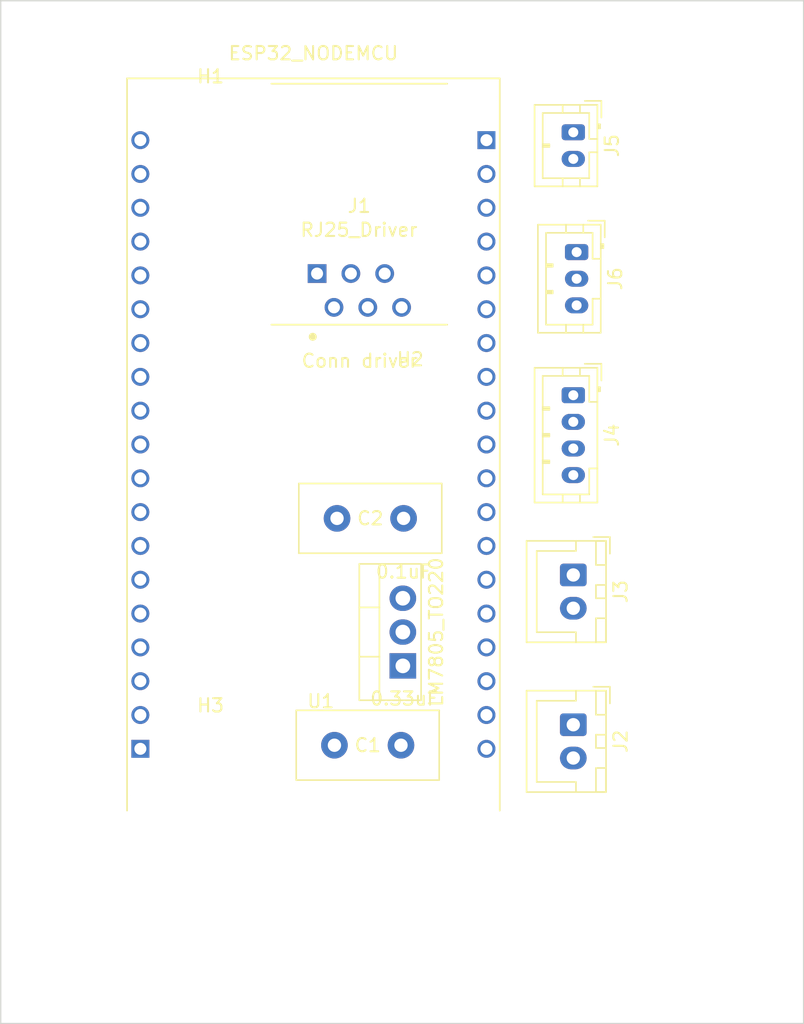
<source format=kicad_pcb>
(kicad_pcb (version 20221018) (generator pcbnew)
  (layers (0 "F.Cu" signal) (31 "B.Cu" signal) (34 "B.Paste" user) (35 "F.Paste" user) (36 "B.SilkS" user "B.Silkscreen") (37 "F.SilkS" user "F.Silkscreen") (38 "B.Mask" user) (39 "F.Mask" user) (44 "Edge.Cuts" user))
  (net 0 "")
  (net 1 "5v")
  (net 2 "V-M")
  (net 3 "RXD")
  (net 4 "TXD")
  (net 5 "GND")
  (net 6 "SCL")
  (net 7 "SDA")
  (net 8 "Net-(J2-Pin_1)")
  (net 9 "Trigger")
  (net 10 "Echo")
  (net 11 "Jack")
  (net 12 "PWM_Servo")
  (net 14 "unconnected-(U1-TXD-PadJ4_4)")
  (net 30 "3v3")
  (footprint "Connector_JST:JST_XH_B2B-XH-A_1x02_P2.50mm_Vertical" (layer "F.Cu") (at 137 97.25 -90)
    (fp_text reference "J2" (at 1.25 -3.55 -90) (layer "F.SilkS"))
    (fp_text value "Battery 6,4V")
    (fp_line (start -2.85 -2.75) (end -2.85 -1.5) (stroke (width 0.12)) (layer "F.SilkS"))
    (fp_line (start -2.56 -2.46) (end -2.56 3.51) (stroke (width 0.12)) (layer "F.SilkS"))
    (fp_line (start -2.56 3.51) (end 5.06 3.51) (stroke (width 0.12)) (layer "F.SilkS"))
    (fp_line (start -2.55 -2.45) (end -2.55 -1.7) (stroke (width 0.12)) (layer "F.SilkS"))
    (fp_line (start -2.55 -1.7) (end -0.75 -1.7) (stroke (width 0.12)) (layer "F.SilkS"))
    (fp_line (start -2.55 -0.2) (end -1.8 -0.2) (stroke (width 0.12)) (layer "F.SilkS"))
    (fp_line (start -1.8 -0.2) (end -1.8 2.75) (stroke (width 0.12)) (layer "F.SilkS"))
    (fp_line (start -1.8 2.75) (end 1.25 2.75) (stroke (width 0.12)) (layer "F.SilkS"))
    (fp_line (start -1.6 -2.75) (end -2.85 -2.75) (stroke (width 0.12)) (layer "F.SilkS"))
    (fp_line (start -0.75 -2.45) (end -2.55 -2.45) (stroke (width 0.12)) (layer "F.SilkS"))
    (fp_line (start -0.75 -1.7) (end -0.75 -2.45) (stroke (width 0.12)) (layer "F.SilkS"))
    (fp_line (start 0.75 -2.45) (end 0.75 -1.7) (stroke (width 0.12)) (layer "F.SilkS"))
    (fp_line (start 0.75 -1.7) (end 1.75 -1.7) (stroke (width 0.12)) (layer "F.SilkS"))
    (fp_line (start 1.75 -2.45) (end 0.75 -2.45) (stroke (width 0.12)) (layer "F.SilkS"))
    (fp_line (start 1.75 -1.7) (end 1.75 -2.45) (stroke (width 0.12)) (layer "F.SilkS"))
    (fp_line (start 3.25 -2.45) (end 3.25 -1.7) (stroke (width 0.12)) (layer "F.SilkS"))
    (fp_line (start 3.25 -1.7) (end 5.05 -1.7) (stroke (width 0.12)) (layer "F.SilkS"))
    (fp_line (start 4.3 -0.2) (end 4.3 2.75) (stroke (width 0.12)) (layer "F.SilkS"))
    (fp_line (start 4.3 2.75) (end 1.25 2.75) (stroke (width 0.12)) (layer "F.SilkS"))
    (fp_line (start 5.05 -2.45) (end 3.25 -2.45) (stroke (width 0.12)) (layer "F.SilkS"))
    (fp_line (start 5.05 -1.7) (end 5.05 -2.45) (stroke (width 0.12)) (layer "F.SilkS"))
    (fp_line (start 5.05 -0.2) (end 4.3 -0.2) (stroke (width 0.12)) (layer "F.SilkS"))
    (fp_line (start 5.06 -2.46) (end -2.56 -2.46) (stroke (width 0.12)) (layer "F.SilkS"))
    (fp_line (start 5.06 3.51) (end 5.06 -2.46) (stroke (width 0.12)) (layer "F.SilkS"))
    (pad "1" thru_hole roundrect (at 0 0 270) (size 1.7 2) (drill 1) (layers "*.Cu" "*.Mask") (roundrect_rratio 0.147059) (net 8 "Net-(J2-Pin_1)"))
    (pad "2" thru_hole oval (at 2.5 0 270) (size 1.7 2) (drill 1) (layers "*.Cu" "*.Mask") (net 5 "GND"))
  )
  (footprint "MountingHole:MountingHole_3.2mm_M3" (layer "F.Cu") (at 124.75 74)
    (fp_text reference "H2" (at 0 -4.2) (layer "F.SilkS"))
    (fp_text value "MountingHole")
    (pad "" np_thru_hole circle (at 0 0) (size 3.2 3.2) (drill 3.2) (layers "*.Cu" "*.Mask"))
  )
  (footprint "Carte PAMI:Rj25" (layer "F.Cu") (at 120.92 63.36 90)
    (fp_text reference "J1" (at 5.08 0) (layer "F.SilkS") (effects (font (size 1.00048 1.00048))))
    (fp_text value "RJ25_Driver" (at 3.28 -0.025) (layer "F.SilkS") (effects (font (size 1.001102 1.001102))))
    (fp_line (start -3.84 -6.6) (end -3.84 6.605) (stroke (width 0.127)) (layer "F.SilkS"))
    (fp_line (start 14.26 6.605) (end 14.26 -6.6) (stroke (width 0.127)) (layer "F.SilkS"))
    (fp_circle (center -4.75 -3.495) (end -4.6 -3.495) (stroke (width 0.3)) (fill none) (layer "F.SilkS"))
    (pad "" np_thru_hole circle (at 6.36 -5.08 90) (size 3.25 3.25) (drill 3.25) (layers "*.Cu" "*.Mask"))
    (pad "" np_thru_hole circle (at 6.36 5.08 90) (size 3.25 3.25) (drill 3.25) (layers "*.Cu" "*.Mask"))
    (pad "1" thru_hole rect (at 0 -3.17 90) (size 1.408 1.408) (drill 0.9) (layers "*.Cu" "*.Mask") (net 6 "SCL"))
    (pad "2" thru_hole circle (at -2.54 -1.9 90) (size 1.408 1.408) (drill 0.9) (layers "*.Cu" "*.Mask") (net 7 "SDA"))
    (pad "3" thru_hole circle (at 0 -0.63 90) (size 1.408 1.408) (drill 0.9) (layers "*.Cu" "*.Mask") (net 2 "V-M"))
    (pad "4" thru_hole circle (at -2.54 0.64 90) (size 1.408 1.408) (drill 0.9) (layers "*.Cu" "*.Mask") (net 5 "GND"))
    (pad "5" thru_hole circle (at 0 1.91 90) (size 1.408 1.408) (drill 0.9) (layers "*.Cu" "*.Mask") (net 4 "TXD"))
    (pad "6" thru_hole circle (at -2.54 3.18 90) (size 1.408 1.408) (drill 0.9) (layers "*.Cu" "*.Mask") (net 3 "RXD"))
  )
  (footprint "Connector_JST:JST_PH_B2B-PH-K_1x02_P2.00mm_Vertical" (layer "F.Cu") (at 137 52.75 -90)
    (fp_text reference "J5" (at 1 -2.9 90) (layer "F.SilkS"))
    (fp_text value "Conn_Jack")
    (fp_line (start -2.36 -2.11) (end -2.36 -0.86) (stroke (width 0.12)) (layer "F.SilkS"))
    (fp_line (start -2.06 -1.81) (end -2.06 2.91) (stroke (width 0.12)) (layer "F.SilkS"))
    (fp_line (start -2.06 -0.5) (end -1.45 -0.5) (stroke (width 0.12)) (layer "F.SilkS"))
    (fp_line (start -2.06 0.8) (end -1.45 0.8) (stroke (width 0.12)) (layer "F.SilkS"))
    (fp_line (start -2.06 2.91) (end 4.06 2.91) (stroke (width 0.12)) (layer "F.SilkS"))
    (fp_line (start -1.45 -1.2) (end -1.45 2.3) (stroke (width 0.12)) (layer "F.SilkS"))
    (fp_line (start -1.45 2.3) (end 3.45 2.3) (stroke (width 0.12)) (layer "F.SilkS"))
    (fp_line (start -1.11 -2.11) (end -2.36 -2.11) (stroke (width 0.12)) (layer "F.SilkS"))
    (fp_line (start -0.6 -2.01) (end -0.6 -1.81) (stroke (width 0.12)) (layer "F.SilkS"))
    (fp_line (start -0.3 -2.01) (end -0.6 -2.01) (stroke (width 0.12)) (layer "F.SilkS"))
    (fp_line (start -0.3 -1.91) (end -0.6 -1.91) (stroke (width 0.12)) (layer "F.SilkS"))
    (fp_line (start -0.3 -1.81) (end -0.3 -2.01) (stroke (width 0.12)) (layer "F.SilkS"))
    (fp_line (start 0.5 -1.81) (end 0.5 -1.2) (stroke (width 0.12)) (layer "F.SilkS"))
    (fp_line (start 0.5 -1.2) (end -1.45 -1.2) (stroke (width 0.12)) (layer "F.SilkS"))
    (fp_line (start 0.9 1.8) (end 1.1 1.8) (stroke (width 0.12)) (layer "F.SilkS"))
    (fp_line (start 0.9 2.3) (end 0.9 1.8) (stroke (width 0.12)) (layer "F.SilkS"))
    (fp_line (start 1 2.3) (end 1 1.8) (stroke (width 0.12)) (layer "F.SilkS"))
    (fp_line (start 1.1 1.8) (end 1.1 2.3) (stroke (width 0.12)) (layer "F.SilkS"))
    (fp_line (start 1.5 -1.2) (end 1.5 -1.81) (stroke (width 0.12)) (layer "F.SilkS"))
    (fp_line (start 3.45 -1.2) (end 1.5 -1.2) (stroke (width 0.12)) (layer "F.SilkS"))
    (fp_line (start 3.45 2.3) (end 3.45 -1.2) (stroke (width 0.12)) (layer "F.SilkS"))
    (fp_line (start 4.06 -1.81) (end -2.06 -1.81) (stroke (width 0.12)) (layer "F.SilkS"))
    (fp_line (start 4.06 -0.5) (end 3.45 -0.5) (stroke (width 0.12)) (layer "F.SilkS"))
    (fp_line (start 4.06 0.8) (end 3.45 0.8) (stroke (width 0.12)) (layer "F.SilkS"))
    (fp_line (start 4.06 2.91) (end 4.06 -1.81) (stroke (width 0.12)) (layer "F.SilkS"))
    (pad "1" thru_hole roundrect (at 0 0 270) (size 1.2 1.75) (drill 0.75) (layers "*.Cu" "*.Mask") (roundrect_rratio 0.208333) (net 30 "3v3"))
    (pad "2" thru_hole oval (at 2 0 270) (size 1.2 1.75) (drill 0.75) (layers "*.Cu" "*.Mask") (net 11 "Jack"))
  )
  (footprint "Capacitor_THT:C_Disc_D10.5mm_W5.0mm_P5.00mm" (layer "F.Cu") (at 124.055 98.79 180)
    (fp_text reference "C1" (at 2.5 0) (layer "F.SilkS"))
    (fp_text value "0.33uF" (at -0.25 3.5) (layer "F.SilkS"))
    (fp_line (start -2.87 -2.62) (end -2.87 2.62) (stroke (width 0.12)) (layer "F.SilkS"))
    (fp_line (start -2.87 -2.62) (end 7.87 -2.62) (stroke (width 0.12)) (layer "F.SilkS"))
    (fp_line (start -2.87 2.62) (end 7.87 2.62) (stroke (width 0.12)) (layer "F.SilkS"))
    (fp_line (start 7.87 -2.62) (end 7.87 2.62) (stroke (width 0.12)) (layer "F.SilkS"))
    (pad "1" thru_hole circle (at 0 0 180) (size 2 2) (drill 1) (layers "*.Cu" "*.Mask") (net 2 "V-M"))
    (pad "2" thru_hole circle (at 5 0 180) (size 2 2) (drill 1) (layers "*.Cu" "*.Mask") (net 5 "GND"))
  )
  (footprint "MountingHole:MountingHole_3.2mm_M3" (layer "F.Cu") (at 109.75 52.75)
    (fp_text reference "H1" (at 0 -4.2) (layer "F.SilkS"))
    (fp_text value "MountingHole")
    (pad "" np_thru_hole circle (at 0 0) (size 3.2 3.2) (drill 3.2) (layers "*.Cu" "*.Mask"))
  )
  (footprint "Connector_JST:JST_XH_B2B-XH-A_1x02_P2.50mm_Vertical" (layer "F.Cu") (at 137 86 -90)
    (fp_text reference "J3" (at 1.25 -3.55 -90) (layer "F.SilkS"))
    (fp_text value "ARU")
    (fp_line (start -2.85 -2.75) (end -2.85 -1.5) (stroke (width 0.12)) (layer "F.SilkS"))
    (fp_line (start -2.56 -2.46) (end -2.56 3.51) (stroke (width 0.12)) (layer "F.SilkS"))
    (fp_line (start -2.56 3.51) (end 5.06 3.51) (stroke (width 0.12)) (layer "F.SilkS"))
    (fp_line (start -2.55 -2.45) (end -2.55 -1.7) (stroke (width 0.12)) (layer "F.SilkS"))
    (fp_line (start -2.55 -1.7) (end -0.75 -1.7) (stroke (width 0.12)) (layer "F.SilkS"))
    (fp_line (start -2.55 -0.2) (end -1.8 -0.2) (stroke (width 0.12)) (layer "F.SilkS"))
    (fp_line (start -1.8 -0.2) (end -1.8 2.75) (stroke (width 0.12)) (layer "F.SilkS"))
    (fp_line (start -1.8 2.75) (end 1.25 2.75) (stroke (width 0.12)) (layer "F.SilkS"))
    (fp_line (start -1.6 -2.75) (end -2.85 -2.75) (stroke (width 0.12)) (layer "F.SilkS"))
    (fp_line (start -0.75 -2.45) (end -2.55 -2.45) (stroke (width 0.12)) (layer "F.SilkS"))
    (fp_line (start -0.75 -1.7) (end -0.75 -2.45) (stroke (width 0.12)) (layer "F.SilkS"))
    (fp_line (start 0.75 -2.45) (end 0.75 -1.7) (stroke (width 0.12)) (layer "F.SilkS"))
    (fp_line (start 0.75 -1.7) (end 1.75 -1.7) (stroke (width 0.12)) (layer "F.SilkS"))
    (fp_line (start 1.75 -2.45) (end 0.75 -2.45) (stroke (width 0.12)) (layer "F.SilkS"))
    (fp_line (start 1.75 -1.7) (end 1.75 -2.45) (stroke (width 0.12)) (layer "F.SilkS"))
    (fp_line (start 3.25 -2.45) (end 3.25 -1.7) (stroke (width 0.12)) (layer "F.SilkS"))
    (fp_line (start 3.25 -1.7) (end 5.05 -1.7) (stroke (width 0.12)) (layer "F.SilkS"))
    (fp_line (start 4.3 -0.2) (end 4.3 2.75) (stroke (width 0.12)) (layer "F.SilkS"))
    (fp_line (start 4.3 2.75) (end 1.25 2.75) (stroke (width 0.12)) (layer "F.SilkS"))
    (fp_line (start 5.05 -2.45) (end 3.25 -2.45) (stroke (width 0.12)) (layer "F.SilkS"))
    (fp_line (start 5.05 -1.7) (end 5.05 -2.45) (stroke (width 0.12)) (layer "F.SilkS"))
    (fp_line (start 5.05 -0.2) (end 4.3 -0.2) (stroke (width 0.12)) (layer "F.SilkS"))
    (fp_line (start 5.06 -2.46) (end -2.56 -2.46) (stroke (width 0.12)) (layer "F.SilkS"))
    (fp_line (start 5.06 3.51) (end 5.06 -2.46) (stroke (width 0.12)) (layer "F.SilkS"))
    (pad "1" thru_hole roundrect (at 0 0 270) (size 1.7 2) (drill 1) (layers "*.Cu" "*.Mask") (roundrect_rratio 0.147059) (net 2 "V-M"))
    (pad "2" thru_hole oval (at 2.5 0 270) (size 1.7 2) (drill 1) (layers "*.Cu" "*.Mask") (net 8 "Net-(J2-Pin_1)"))
  )
  (footprint "Connector_JST:JST_PH_B4B-PH-K_1x04_P2.00mm_Vertical" (layer "F.Cu") (at 137 72.5 -90)
    (fp_text reference "J4" (at 3 -2.9 90) (layer "F.SilkS"))
    (fp_text value "Conn_SR04")
    (fp_line (start -2.36 -2.11) (end -2.36 -0.86) (stroke (width 0.12)) (layer "F.SilkS"))
    (fp_line (start -2.06 -1.81) (end -2.06 2.91) (stroke (width 0.12)) (layer "F.SilkS"))
    (fp_line (start -2.06 -0.5) (end -1.45 -0.5) (stroke (width 0.12)) (layer "F.SilkS"))
    (fp_line (start -2.06 0.8) (end -1.45 0.8) (stroke (width 0.12)) (layer "F.SilkS"))
    (fp_line (start -2.06 2.91) (end 8.06 2.91) (stroke (width 0.12)) (layer "F.SilkS"))
    (fp_line (start -1.45 -1.2) (end -1.45 2.3) (stroke (width 0.12)) (layer "F.SilkS"))
    (fp_line (start -1.45 2.3) (end 7.45 2.3) (stroke (width 0.12)) (layer "F.SilkS"))
    (fp_line (start -1.11 -2.11) (end -2.36 -2.11) (stroke (width 0.12)) (layer "F.SilkS"))
    (fp_line (start -0.6 -2.01) (end -0.6 -1.81) (stroke (width 0.12)) (layer "F.SilkS"))
    (fp_line (start -0.3 -2.01) (end -0.6 -2.01) (stroke (width 0.12)) (layer "F.SilkS"))
    (fp_line (start -0.3 -1.91) (end -0.6 -1.91) (stroke (width 0.12)) (layer "F.SilkS"))
    (fp_line (start -0.3 -1.81) (end -0.3 -2.01) (stroke (width 0.12)) (layer "F.SilkS"))
    (fp_line (start 0.5 -1.81) (end 0.5 -1.2) (stroke (width 0.12)) (layer "F.SilkS"))
    (fp_line (start 0.5 -1.2) (end -1.45 -1.2) (stroke (width 0.12)) (layer "F.SilkS"))
    (fp_line (start 0.9 1.8) (end 1.1 1.8) (stroke (width 0.12)) (layer "F.SilkS"))
    (fp_line (start 0.9 2.3) (end 0.9 1.8) (stroke (width 0.12)) (layer "F.SilkS"))
    (fp_line (start 1 2.3) (end 1 1.8) (stroke (width 0.12)) (layer "F.SilkS"))
    (fp_line (start 1.1 1.8) (end 1.1 2.3) (stroke (width 0.12)) (layer "F.SilkS"))
    (fp_line (start 2.9 1.8) (end 3.1 1.8) (stroke (width 0.12)) (layer "F.SilkS"))
    (fp_line (start 2.9 2.3) (end 2.9 1.8) (stroke (width 0.12)) (layer "F.SilkS"))
    (fp_line (start 3 2.3) (end 3 1.8) (stroke (width 0.12)) (layer "F.SilkS"))
    (fp_line (start 3.1 1.8) (end 3.1 2.3) (stroke (width 0.12)) (layer "F.SilkS"))
    (fp_line (start 4.9 1.8) (end 5.1 1.8) (stroke (width 0.12)) (layer "F.SilkS"))
    (fp_line (start 4.9 2.3) (end 4.9 1.8) (stroke (width 0.12)) (layer "F.SilkS"))
    (fp_line (start 5 2.3) (end 5 1.8) (stroke (width 0.12)) (layer "F.SilkS"))
    (fp_line (start 5.1 1.8) (end 5.1 2.3) (stroke (width 0.12)) (layer "F.SilkS"))
    (fp_line (start 5.5 -1.2) (end 5.5 -1.81) (stroke (width 0.12)) (layer "F.SilkS"))
    (fp_line (start 7.45 -1.2) (end 5.5 -1.2) (stroke (width 0.12)) (layer "F.SilkS"))
    (fp_line (start 7.45 2.3) (end 7.45 -1.2) (stroke (width 0.12)) (layer "F.SilkS"))
    (fp_line (start 8.06 -1.81) (end -2.06 -1.81) (stroke (width 0.12)) (layer "F.SilkS"))
    (fp_line (start 8.06 -0.5) (end 7.45 -0.5) (stroke (width 0.12)) (layer "F.SilkS"))
    (fp_line (start 8.06 0.8) (end 7.45 0.8) (stroke (width 0.12)) (layer "F.SilkS"))
    (fp_line (start 8.06 2.91) (end 8.06 -1.81) (stroke (width 0.12)) (layer "F.SilkS"))
    (pad "1" thru_hole roundrect (at 0 0 270) (size 1.2 1.75) (drill 0.75) (layers "*.Cu" "*.Mask") (roundrect_rratio 0.208333) (net 1 "5v"))
    (pad "2" thru_hole oval (at 2 0 270) (size 1.2 1.75) (drill 0.75) (layers "*.Cu" "*.Mask") (net 9 "Trigger"))
    (pad "3" thru_hole oval (at 4 0 270) (size 1.2 1.75) (drill 0.75) (layers "*.Cu" "*.Mask") (net 10 "Echo"))
    (pad "4" thru_hole oval (at 6 0 270) (size 1.2 1.75) (drill 0.75) (layers "*.Cu" "*.Mask") (net 5 "GND"))
  )
  (footprint "Carte PAMI:MODULE_ESP32_NODEMCU" (layer "F.Cu") (at 117.475 76.2 180)
    (fp_text reference "U1" (at -0.555 -19.29) (layer "F.SilkS"))
    (fp_text value "ESP32_NODEMCU" (at 0 29.385) (layer "F.SilkS"))
    (fp_line (start -14 -27.5) (end -14 27.5) (stroke (width 0.127)) (layer "F.SilkS"))
    (fp_line (start -14 27.5) (end 14 27.5) (stroke (width 0.127)) (layer "F.SilkS"))
    (fp_line (start 14 -27.5) (end 14 27.5) (stroke (width 0.127)) (layer "F.SilkS"))
    (pad "" np_thru_hole circle (at -12.5 -26 180) (size 2.25 2.25) (drill 2.25) (layers "*.Cu" "*.Mask"))
    (pad "" np_thru_hole circle (at -12.5 26 180) (size 2.25 2.25) (drill 2.25) (layers "*.Cu" "*.Mask"))
    (pad "" np_thru_hole circle (at 12.5 -26 180) (size 2.25 2.25) (drill 2.25) (layers "*.Cu" "*.Mask"))
    (pad "" np_thru_hole circle (at 12.5 26 180) (size 2.25 2.25) (drill 2.25) (layers "*.Cu" "*.Mask"))
    (pad "J4_1" thru_hole rect (at 13 -22.86 180) (size 1.35 1.35) (drill 0.9) (layers "*.Cu" "*.Mask") (net 5 "GND"))
    (pad "J4_2" thru_hole circle (at 13 -20.32 180) (size 1.35 1.35) (drill 0.9) (layers "*.Cu" "*.Mask"))
    (pad "J4_3" thru_hole circle (at 13 -17.78 180) (size 1.35 1.35) (drill 0.9) (layers "*.Cu" "*.Mask") (net 6 "SCL"))
    (pad "J4_4" thru_hole circle (at 13 -15.24 180) (size 1.35 1.35) (drill 0.9) (layers "*.Cu" "*.Mask") (net 14 "unconnected-(U1-TXD-PadJ4_4)"))
    (pad "J4_5" thru_hole circle (at 13 -12.7 180) (size 1.35 1.35) (drill 0.9) (layers "*.Cu" "*.Mask"))
    (pad "J4_6" thru_hole circle (at 13 -10.16 180) (size 1.35 1.35) (drill 0.9) (layers "*.Cu" "*.Mask") (net 7 "SDA"))
    (pad "J4_7" thru_hole circle (at 13 -7.62 180) (size 1.35 1.35) (drill 0.9) (layers "*.Cu" "*.Mask") (net 5 "GND"))
    (pad "J4_8" thru_hole circle (at 13 -5.08 180) (size 1.35 1.35) (drill 0.9) (layers "*.Cu" "*.Mask") (net 11 "Jack"))
    (pad "J4_9" thru_hole circle (at 13 -2.54 180) (size 1.35 1.35) (drill 0.9) (layers "*.Cu" "*.Mask") (net 10 "Echo"))
    (pad "J4_10" thru_hole circle (at 13 0 180) (size 1.35 1.35) (drill 0.9) (layers "*.Cu" "*.Mask") (net 9 "Trigger"))
    (pad "J4_11" thru_hole circle (at 13 2.54 180) (size 1.35 1.35) (drill 0.9) (layers "*.Cu" "*.Mask"))
    (pad "J4_12" thru_hole circle (at 13 5.08 180) (size 1.35 1.35) (drill 0.9) (layers "*.Cu" "*.Mask"))
    (pad "J4_13" thru_hole circle (at 13 7.62 180) (size 1.35 1.35) (drill 0.9) (layers "*.Cu" "*.Mask"))
    (pad "J4_14" thru_hole circle (at 13 10.16 180) (size 1.35 1.35) (drill 0.9) (layers "*.Cu" "*.Mask"))
    (pad "J4_15" thru_hole circle (at 13 12.7 180) (size 1.35 1.35) (drill 0.9) (layers "*.Cu" "*.Mask"))
    (pad "J4_16" thru_hole circle (at 13 15.24 180) (size 1.35 1.35) (drill 0.9) (layers "*.Cu" "*.Mask"))
    (pad "J4_17" thru_hole circle (at 13 17.78 180) (size 1.35 1.35) (drill 0.9) (layers "*.Cu" "*.Mask"))
    (pad "J4_18" thru_hole circle (at 13 20.32 180) (size 1.35 1.35) (drill 0.9) (layers "*.Cu" "*.Mask"))
    (pad "J4_19" thru_hole circle (at 13 22.86 180) (size 1.35 1.35) (drill 0.9) (layers "*.Cu" "*.Mask"))
    (pad "J5_1" thru_hole rect (at -13 22.86 180) (size 1.35 1.35) (drill 0.9) (layers "*.Cu" "*.Mask") (net 1 "5v"))
    (pad "J5_2" thru_hole circle (at -13 20.32 180) (size 1.35 1.35) (drill 0.9) (layers "*.Cu" "*.Mask"))
    (pad "J5_3" thru_hole circle (at -13 17.78 180) (size 1.35 1.35) (drill 0.9) (layers "*.Cu" "*.Mask"))
    (pad "J5_4" thru_hole circle (at -13 15.24 180) (size 1.35 1.35) (drill 0.9) (layers "*.Cu" "*.Mask"))
    (pad "J5_5" thru_hole circle (at -13 12.7 180) (size 1.35 1.35) (drill 0.9) (layers "*.Cu" "*.Mask"))
    (pad "J5_6" thru_hole circle (at -13 10.16 180) (size 1.35 1.35) (drill 0.9) (layers "*.Cu" "*.Mask") (net 5 "GND"))
    (pad "J5_7" thru_hole circle (at -13 7.62 180) (size 1.35 1.35) (drill 0.9) (layers "*.Cu" "*.Mask"))
    (pad "J5_8" thru_hole circle (at -13 5.08 180) (size 1.35 1.35) (drill 0.9) (layers "*.Cu" "*.Mask"))
    (pad "J5_9" thru_hole circle (at -13 2.54 180) (size 1.35 1.35) (drill 0.9) (layers "*.Cu" "*.Mask") (net 12 "PWM_Servo"))
    (pad "J5_10" thru_hole circle (at -13 0 180) (size 1.35 1.35) (drill 0.9) (layers "*.Cu" "*.Mask"))
    (pad "J5_11" thru_hole circle (at -13 -2.54 180) (size 1.35 1.35) (drill 0.9) (layers "*.Cu" "*.Mask"))
    (pad "J5_12" thru_hole circle (at -13 -5.08 180) (size 1.35 1.35) (drill 0.9) (layers "*.Cu" "*.Mask"))
    (pad "J5_13" thru_hole circle (at -13 -7.62 180) (size 1.35 1.35) (drill 0.9) (layers "*.Cu" "*.Mask"))
    (pad "J5_14" thru_hole circle (at -13 -10.16 180) (size 1.35 1.35) (drill 0.9) (layers "*.Cu" "*.Mask"))
    (pad "J5_15" thru_hole circle (at -13 -12.7 180) (size 1.35 1.35) (drill 0.9) (layers "*.Cu" "*.Mask"))
    (pad "J5_16" thru_hole circle (at -13 -15.24 180) (size 1.35 1.35) (drill 0.9) (layers "*.Cu" "*.Mask"))
    (pad "J5_17" thru_hole circle (at -13 -17.78 180) (size 1.35 1.35) (drill 0.9) (layers "*.Cu" "*.Mask"))
    (pad "J5_18" thru_hole circle (at -13 -20.32 180) (size 1.35 1.35) (drill 0.9) (layers "*.Cu" "*.Mask"))
    (pad "J5_19" thru_hole circle (at -13 -22.86 180) (size 1.35 1.35) (drill 0.9) (layers "*.Cu" "*.Mask") (net 30 "3v3"))
  )
  (footprint "Capacitor_THT:C_Disc_D10.5mm_W5.0mm_P5.00mm" (layer "F.Cu") (at 124.25 81.75 180)
    (fp_text reference "C2" (at 2.5 0) (layer "F.SilkS"))
    (fp_text value "0.1uF" (at 0 -4) (layer "F.SilkS"))
    (fp_line (start -2.87 -2.62) (end -2.87 2.62) (stroke (width 0.12)) (layer "F.SilkS"))
    (fp_line (start -2.87 -2.62) (end 7.87 -2.62) (stroke (width 0.12)) (layer "F.SilkS"))
    (fp_line (start -2.87 2.62) (end 7.87 2.62) (stroke (width 0.12)) (layer "F.SilkS"))
    (fp_line (start 7.87 -2.62) (end 7.87 2.62) (stroke (width 0.12)) (layer "F.SilkS"))
    (pad "1" thru_hole circle (at 0 0 180) (size 2 2) (drill 1) (layers "*.Cu" "*.Mask") (net 5 "GND"))
    (pad "2" thru_hole circle (at 5 0 180) (size 2 2) (drill 1) (layers "*.Cu" "*.Mask") (net 1 "5v"))
  )
  (footprint "Connector_JST:JST_PH_B3B-PH-K_1x03_P2.00mm_Vertical" (layer "F.Cu") (at 137.25 61.75 -90)
    (fp_text reference "J6" (at 2 -2.9 90) (layer "F.SilkS"))
    (fp_text value "Conn_Servo")
    (fp_line (start -2.36 -2.11) (end -2.36 -0.86) (stroke (width 0.12)) (layer "F.SilkS"))
    (fp_line (start -2.06 -1.81) (end -2.06 2.91) (stroke (width 0.12)) (layer "F.SilkS"))
    (fp_line (start -2.06 -0.5) (end -1.45 -0.5) (stroke (width 0.12)) (layer "F.SilkS"))
    (fp_line (start -2.06 0.8) (end -1.45 0.8) (stroke (width 0.12)) (layer "F.SilkS"))
    (fp_line (start -2.06 2.91) (end 6.06 2.91) (stroke (width 0.12)) (layer "F.SilkS"))
    (fp_line (start -1.45 -1.2) (end -1.45 2.3) (stroke (width 0.12)) (layer "F.SilkS"))
    (fp_line (start -1.45 2.3) (end 5.45 2.3) (stroke (width 0.12)) (layer "F.SilkS"))
    (fp_line (start -1.11 -2.11) (end -2.36 -2.11) (stroke (width 0.12)) (layer "F.SilkS"))
    (fp_line (start -0.6 -2.01) (end -0.6 -1.81) (stroke (width 0.12)) (layer "F.SilkS"))
    (fp_line (start -0.3 -2.01) (end -0.6 -2.01) (stroke (width 0.12)) (layer "F.SilkS"))
    (fp_line (start -0.3 -1.91) (end -0.6 -1.91) (stroke (width 0.12)) (layer "F.SilkS"))
    (fp_line (start -0.3 -1.81) (end -0.3 -2.01) (stroke (width 0.12)) (layer "F.SilkS"))
    (fp_line (start 0.5 -1.81) (end 0.5 -1.2) (stroke (width 0.12)) (layer "F.SilkS"))
    (fp_line (start 0.5 -1.2) (end -1.45 -1.2) (stroke (width 0.12)) (layer "F.SilkS"))
    (fp_line (start 0.9 1.8) (end 1.1 1.8) (stroke (width 0.12)) (layer "F.SilkS"))
    (fp_line (start 0.9 2.3) (end 0.9 1.8) (stroke (width 0.12)) (layer "F.SilkS"))
    (fp_line (start 1 2.3) (end 1 1.8) (stroke (width 0.12)) (layer "F.SilkS"))
    (fp_line (start 1.1 1.8) (end 1.1 2.3) (stroke (width 0.12)) (layer "F.SilkS"))
    (fp_line (start 2.9 1.8) (end 3.1 1.8) (stroke (width 0.12)) (layer "F.SilkS"))
    (fp_line (start 2.9 2.3) (end 2.9 1.8) (stroke (width 0.12)) (layer "F.SilkS"))
    (fp_line (start 3 2.3) (end 3 1.8) (stroke (width 0.12)) (layer "F.SilkS"))
    (fp_line (start 3.1 1.8) (end 3.1 2.3) (stroke (width 0.12)) (layer "F.SilkS"))
    (fp_line (start 3.5 -1.2) (end 3.5 -1.81) (stroke (width 0.12)) (layer "F.SilkS"))
    (fp_line (start 5.45 -1.2) (end 3.5 -1.2) (stroke (width 0.12)) (layer "F.SilkS"))
    (fp_line (start 5.45 2.3) (end 5.45 -1.2) (stroke (width 0.12)) (layer "F.SilkS"))
    (fp_line (start 6.06 -1.81) (end -2.06 -1.81) (stroke (width 0.12)) (layer "F.SilkS"))
    (fp_line (start 6.06 -0.5) (end 5.45 -0.5) (stroke (width 0.12)) (layer "F.SilkS"))
    (fp_line (start 6.06 0.8) (end 5.45 0.8) (stroke (width 0.12)) (layer "F.SilkS"))
    (fp_line (start 6.06 2.91) (end 6.06 -1.81) (stroke (width 0.12)) (layer "F.SilkS"))
    (pad "1" thru_hole roundrect (at 0 0 270) (size 1.2 1.75) (drill 0.75) (layers "*.Cu" "*.Mask") (roundrect_rratio 0.208333) (net 5 "GND"))
    (pad "2" thru_hole oval (at 2 0 270) (size 1.2 1.75) (drill 0.75) (layers "*.Cu" "*.Mask") (net 1 "5v"))
    (pad "3" thru_hole oval (at 4 0 270) (size 1.2 1.75) (drill 0.75) (layers "*.Cu" "*.Mask") (net 12 "PWM_Servo"))
  )
  (footprint "Package_TO_SOT_THT:TO-220-3_Vertical" (layer "F.Cu") (at 124.195 92.83 90)
    (fp_text reference "U2" hide)
    (fp_text value "LM7805_TO220" (at 2.54 2.5 90) (layer "F.SilkS"))
    (fp_line (start -2.58 -3.27) (end -2.58 1.371) (stroke (width 0.12)) (layer "F.SilkS"))
    (fp_line (start -2.58 -3.27) (end 7.66 -3.27) (stroke (width 0.12)) (layer "F.SilkS"))
    (fp_line (start -2.58 -1.76) (end 7.66 -1.76) (stroke (width 0.12)) (layer "F.SilkS"))
    (fp_line (start -2.58 1.371) (end 7.66 1.371) (stroke (width 0.12)) (layer "F.SilkS"))
    (fp_line (start 0.69 -3.27) (end 0.69 -1.76) (stroke (width 0.12)) (layer "F.SilkS"))
    (fp_line (start 4.391 -3.27) (end 4.391 -1.76) (stroke (width 0.12)) (layer "F.SilkS"))
    (fp_line (start 7.66 -3.27) (end 7.66 1.371) (stroke (width 0.12)) (layer "F.SilkS"))
    (pad "1" thru_hole rect (at 0 0 90) (size 1.905 2) (drill 1.1) (layers "*.Cu" "*.Mask") (net 2 "V-M"))
    (pad "2" thru_hole oval (at 2.54 0 90) (size 1.905 2) (drill 1.1) (layers "*.Cu" "*.Mask") (net 5 "GND"))
    (pad "3" thru_hole oval (at 5.08 0 90) (size 1.905 2) (drill 1.1) (layers "*.Cu" "*.Mask") (net 1 "5v"))
  )
  (footprint "MountingHole:MountingHole_3.2mm_M3" (layer "F.Cu") (at 109.75 100)
    (fp_text reference "H3" (at 0 -4.2) (layer "F.SilkS"))
    (fp_text value "MountingHole")
    (pad "" np_thru_hole circle (at 0 0) (size 3.2 3.2) (drill 3.2) (layers "*.Cu" "*.Mask"))
  )
  (gr_rect (start 93.98 42.8625) (end 154.305 119.6975) (stroke (width 0.1)) (fill none) (layer "Edge.Cuts"))
  (gr_text "Conn driver" (at 116.5 70.5) (layer "F.SilkS") (effects (font (size 1 1)) (justify left bottom)))
  (segment (start 104.475 86.36) (end 104.475 86.475) (width 0.5) (layer "F.Cu") (net 7))
  (segment (start 104.475 91.44) (end 104.475 91.475) (width 0.5) (layer "F.Cu") (net 14))
  (segment (start 104.475 91.475) (end 104.475 91.44) (width 0.5) (layer "B.Cu") (net 14))
)
</source>
